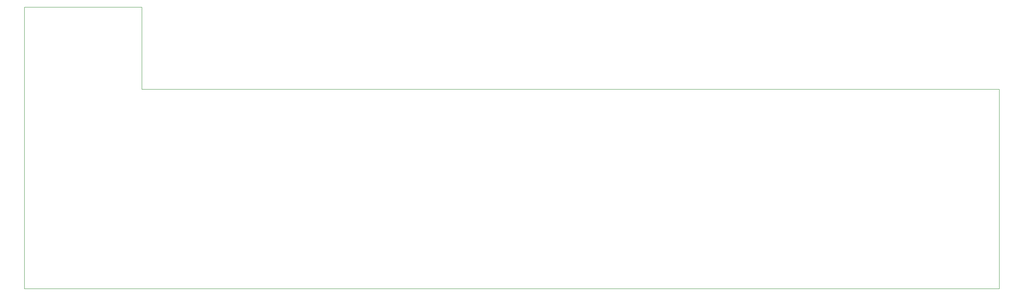
<source format=gbr>
G04 #@! TF.FileFunction,Profile,NP*
%FSLAX46Y46*%
G04 Gerber Fmt 4.6, Leading zero omitted, Abs format (unit mm)*
G04 Created by KiCad (PCBNEW 4.0.2-stable) date 27/12/2016 15:35:48*
%MOMM*%
G01*
G04 APERTURE LIST*
%ADD10C,0.100000*%
%ADD11C,0.150000*%
G04 APERTURE END LIST*
D10*
D11*
X40640000Y-76200000D02*
X91440000Y-76200000D01*
X462280000Y-111760000D02*
X462280000Y-198120000D01*
X91440000Y-111760000D02*
X91440000Y-76200000D01*
X462280000Y-111760000D02*
X91440000Y-111760000D01*
X462280000Y-198120000D02*
X40640000Y-198120000D01*
X40640000Y-76200000D02*
X40640000Y-198120000D01*
M02*

</source>
